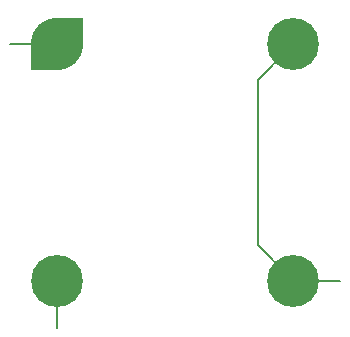
<source format=gtl>
%TF.GenerationSoftware,KiCad,Pcbnew,8.0.2-1*%
%TF.CreationDate,2024-12-23T22:16:59+00:00*%
%TF.ProjectId,20x20-jacdac-MH-0.1,32307832-302d-46a6-9163-6461632d4d48,v0.1*%
%TF.SameCoordinates,PX8d24d00PY36d6160*%
%TF.FileFunction,Copper,L1,Top*%
%TF.FilePolarity,Positive*%
%FSLAX46Y46*%
G04 Gerber Fmt 4.6, Leading zero omitted, Abs format (unit mm)*
G04 Created by KiCad (PCBNEW 8.0.2-1) date 2024-12-23 22:16:59*
%MOMM*%
%LPD*%
G01*
G04 APERTURE LIST*
G04 Aperture macros list*
%AMFreePoly0*
4,1,31,1.555635,1.555635,1.655822,1.452117,1.831196,1.223566,1.975237,0.974078,2.085481,0.707925,2.160042,0.429659,2.197645,0.144041,2.197645,-0.144041,2.160042,-0.429659,2.085481,-0.707925,1.975237,-0.974078,1.831196,-1.223566,1.655822,-1.452117,1.555635,-1.555635,0.000000,-3.111270,-1.555635,-1.555635,-1.655822,-1.452117,-1.831196,-1.223566,-1.975237,-0.974078,-2.085481,-0.707925,
-2.160042,-0.429659,-2.197645,-0.144041,-2.197645,0.144041,-2.160042,0.429659,-2.085481,0.707925,-1.975237,0.974078,-1.831196,1.223566,-1.655822,1.452117,-1.555635,1.555635,0.000000,3.111270,1.555635,1.555635,1.555635,1.555635,$1*%
G04 Aperture macros list end*
%TA.AperFunction,SMDPad,CuDef*%
%ADD10C,0.100000*%
%TD*%
%TA.AperFunction,ComponentPad*%
%ADD11C,4.400000*%
%TD*%
%TA.AperFunction,FiducialPad,Local*%
%ADD12FreePoly0,135.000000*%
%TD*%
%TA.AperFunction,FiducialPad,Local*%
%ADD13C,4.400000*%
%TD*%
%TA.AperFunction,Conductor*%
%ADD14C,0.200000*%
%TD*%
G04 APERTURE END LIST*
D10*
%TO.P,GS1,1,JD_DATA*%
%TO.N,JD_DATA*%
X-14000000Y10000000D03*
%TD*%
D11*
%TO.P,MH3,MH3,MH3*%
%TO.N,JD_PWR*%
X-10000800Y-10000800D03*
%TD*%
%TO.P,MH4,MH4,MH4*%
%TO.N,GND*%
X10000000Y-9999999D03*
%TD*%
D10*
%TO.P,GS2,1,GND*%
%TO.N,GND*%
X14000000Y-10000000D03*
%TD*%
D11*
%TO.P,MH2,MH2,MH2*%
%TO.N,GND*%
X10000000Y10000000D03*
%TD*%
D10*
%TO.P,GS3,1,JD_PWR*%
%TO.N,JD_PWR*%
X-10000000Y-14000000D03*
%TD*%
D12*
%TO.P,MH1,MH1,MH1*%
%TO.N,JD_DATA*%
X-10000000Y10000001D03*
D13*
X-10000000Y10000001D03*
%TD*%
D14*
%TO.N,JD_DATA*%
X-10000000Y10000001D02*
X-14000000Y10000001D01*
%TO.N,GND*%
X7000000Y7000000D02*
X7000000Y-7000000D01*
X7000001Y-7000000D02*
X10000000Y-9999999D01*
X10000000Y-9999999D02*
X13999999Y-9999999D01*
X10000000Y10000000D02*
X7000000Y7000000D01*
X7000000Y-7000000D02*
X7000001Y-7000000D01*
X13999999Y-9999999D02*
X14000000Y-10000000D01*
%TO.N,JD_PWR*%
X-10000800Y-13999200D02*
X-10000000Y-14000000D01*
X-10000800Y-10000800D02*
X-10000800Y-13999200D01*
%TD*%
M02*

</source>
